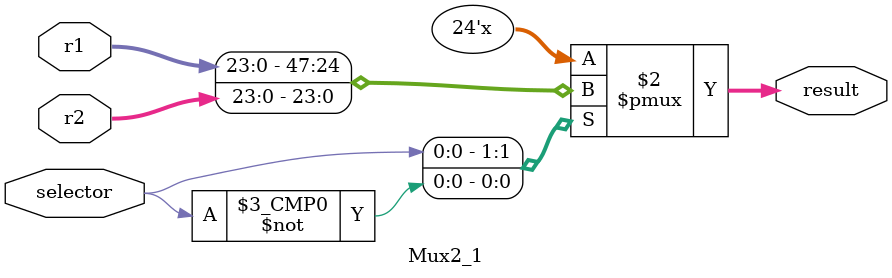
<source format=sv>
 module Mux2_1	#(parameter N = 24)	(input logic[N-1:0] r1, r2,
											input logic selector,
											output logic[N-1:0] result);
	
	always_comb
		case(selector)
			1'b1 : result = r1;
			1'b0 : result = r2;
			default : result = 'z;
		endcase
		
endmodule 
</source>
